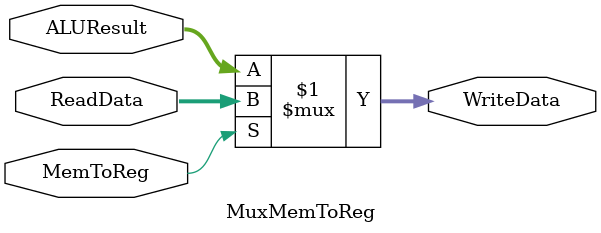
<source format=v>
module MuxMemToReg(
    input wire [31:0] ALUResult,   // Resultado da ALU
    input wire [31:0] ReadData,    // Dado lido da memória
    input wire MemToReg,           // Sinal de controle
    output wire [31:0] WriteData   // Dado a ser escrito no registrador
);

    assign WriteData = (MemToReg) ? ReadData : ALUResult;

endmodule
</source>
